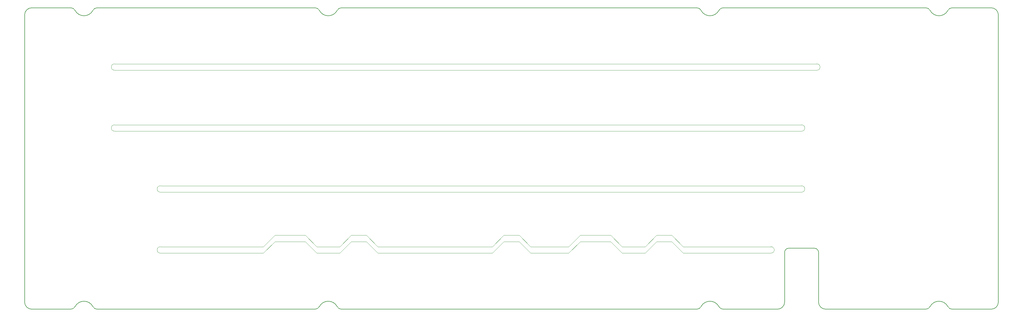
<source format=gbr>
G04 #@! TF.GenerationSoftware,KiCad,Pcbnew,(5.1.10)-1*
G04 #@! TF.CreationDate,2021-10-10T16:41:08+07:00*
G04 #@! TF.ProjectId,averange65,61766572-616e-4676-9536-352e6b696361,rev?*
G04 #@! TF.SameCoordinates,Original*
G04 #@! TF.FileFunction,Profile,NP*
%FSLAX46Y46*%
G04 Gerber Fmt 4.6, Leading zero omitted, Abs format (unit mm)*
G04 Created by KiCad (PCBNEW (5.1.10)-1) date 2021-10-10 16:41:08*
%MOMM*%
%LPD*%
G01*
G04 APERTURE LIST*
G04 #@! TA.AperFunction,Profile*
%ADD10C,0.100000*%
G04 #@! TD*
G04 #@! TA.AperFunction,Profile*
%ADD11C,0.150000*%
G04 #@! TD*
G04 APERTURE END LIST*
D10*
X74851072Y-115618032D02*
X42704062Y-115618032D01*
X170100764Y-115618032D02*
X158194516Y-115618084D01*
X91519892Y-113618032D02*
X98663176Y-113618084D01*
X158194516Y-113618084D02*
X170100764Y-113618032D01*
X102235066Y-112046194D02*
X98663176Y-115618084D01*
X154622626Y-110046194D02*
X158194516Y-113618084D01*
X186770292Y-113618032D02*
X193914072Y-113618032D01*
X149860106Y-110046194D02*
X146288216Y-113618084D01*
X42704062Y-113618032D02*
X74851072Y-113618032D01*
X149860106Y-112046194D02*
X146288216Y-115618084D01*
X91519892Y-115618032D02*
X98663176Y-115618084D01*
X205820372Y-113618032D02*
X233204106Y-113617172D01*
X233204106Y-115617172D02*
X205820372Y-115618032D01*
X102235066Y-110046194D02*
X98663176Y-113618084D01*
X106997586Y-112046194D02*
X110569476Y-115618084D01*
X154622626Y-112046194D02*
X158194516Y-115618084D01*
X186770292Y-115618032D02*
X193914072Y-115618032D01*
X106997586Y-110046194D02*
X110569476Y-113618084D01*
X247491446Y-58467512D02*
X28416262Y-58467512D01*
X247491446Y-56467512D02*
G75*
G02*
X247491446Y-58467512I0J-1000000D01*
G01*
X247491446Y-56467512D02*
X28416262Y-56467512D01*
X202248482Y-112046142D02*
X205820372Y-115618032D01*
X193914072Y-115618032D02*
X197485962Y-112046142D01*
X78422962Y-112046142D02*
X87948002Y-112046142D01*
X183198402Y-112046142D02*
X186770292Y-115618032D01*
X42704062Y-115618032D02*
G75*
G02*
X42704062Y-113618032I0J1000000D01*
G01*
X173672654Y-110046142D02*
X183198402Y-110046142D01*
X74851072Y-113618032D02*
X78422962Y-110046142D01*
X197485962Y-110046142D02*
X202248482Y-110046142D01*
X78422962Y-110046142D02*
X87948002Y-110046142D01*
X87948002Y-112046142D02*
X91519892Y-115618032D01*
X202248482Y-110046142D02*
X205820372Y-113618032D01*
X183198402Y-110046142D02*
X186770292Y-113618032D01*
X170100764Y-115618032D02*
X173672654Y-112046142D01*
X233204106Y-113617172D02*
G75*
G02*
X233204106Y-115617172I0J-1000000D01*
G01*
X170100764Y-113618032D02*
X173672654Y-110046142D01*
X193914072Y-113618032D02*
X197485962Y-110046142D01*
X74851072Y-115618032D02*
X78422962Y-112046142D01*
X87948002Y-110046142D02*
X91519892Y-113618032D01*
X197485962Y-112046142D02*
X202248482Y-112046142D01*
X28416262Y-58467512D02*
G75*
G02*
X28416262Y-56467512I0J1000000D01*
G01*
X173672654Y-112046142D02*
X183198402Y-112046142D01*
X146288216Y-115618084D02*
X110569476Y-115618084D01*
X146288216Y-113618084D02*
X110569476Y-113618084D01*
X154622626Y-110046194D02*
X149860106Y-110046194D01*
X106997586Y-110046194D02*
X102235066Y-110046194D01*
X106997586Y-112046194D02*
X102235066Y-112046194D01*
X154622626Y-112046194D02*
X149860106Y-112046194D01*
D11*
X92296642Y-132334997D02*
G75*
G02*
X90966126Y-133142374I-1330516J692623D01*
G01*
X99213346Y-133142437D02*
G75*
G02*
X97882268Y-132335986I-1044J1500000D01*
G01*
X210028626Y-38942374D02*
X99213346Y-38942437D01*
X99213346Y-133142437D02*
X210028626Y-133142374D01*
X235190241Y-133142437D02*
X218275846Y-133142437D01*
X210028626Y-38942374D02*
G75*
G02*
X211359704Y-39748825I1044J-1500000D01*
G01*
X216945330Y-39749814D02*
G75*
G02*
X218275846Y-38942437I1330516J-692623D01*
G01*
X216945330Y-39749814D02*
G75*
G02*
X211359704Y-39748825I-2792555J1457440D01*
G01*
X281467135Y-38942437D02*
X218275846Y-38942437D01*
X282797651Y-132335060D02*
G75*
G02*
X288383277Y-132336049I2792555J-1457440D01*
G01*
X289714355Y-133142500D02*
G75*
G02*
X288383277Y-132336049I-1044J1500000D01*
G01*
X282797651Y-132335060D02*
G75*
G02*
X281467135Y-133142437I-1330516J692623D01*
G01*
X301866250Y-133142500D02*
X289714355Y-133142500D01*
X92296642Y-132334997D02*
G75*
G02*
X97882268Y-132335986I2792555J-1457440D01*
G01*
X23012337Y-133142374D02*
X90966126Y-133142374D01*
X16095633Y-132334934D02*
G75*
G02*
X14765117Y-133142311I-1330516J692623D01*
G01*
X23012337Y-133142374D02*
G75*
G02*
X21681259Y-132335923I-1044J1500000D01*
G01*
X16095633Y-132334934D02*
G75*
G02*
X21681259Y-132335923I2792555J-1457440D01*
G01*
X14765117Y-133142311D02*
X2613223Y-133142311D01*
X23012337Y-38942374D02*
X90966126Y-38942374D01*
X363223Y-41192311D02*
G75*
G02*
X2613223Y-38942311I2250000J0D01*
G01*
X21681821Y-39749751D02*
G75*
G02*
X23012337Y-38942374I1330516J-692623D01*
G01*
X14765117Y-38942311D02*
G75*
G02*
X16096195Y-39748762I1044J-1500000D01*
G01*
X21681821Y-39749751D02*
G75*
G02*
X16096195Y-39748762I-2792555J1457440D01*
G01*
X281467135Y-38942437D02*
G75*
G02*
X282798213Y-39748888I1044J-1500000D01*
G01*
X288383839Y-39749877D02*
G75*
G02*
X289714355Y-38942500I1330516J-692623D01*
G01*
X288383839Y-39749877D02*
G75*
G02*
X282798213Y-39748888I-2792555J1457440D01*
G01*
X90966126Y-38942374D02*
G75*
G02*
X92297204Y-39748825I1044J-1500000D01*
G01*
X97882830Y-39749814D02*
G75*
G02*
X99213346Y-38942437I1330516J-692623D01*
G01*
X97882830Y-39749814D02*
G75*
G02*
X92297204Y-39748825I-2792555J1457440D01*
G01*
X14765117Y-38942311D02*
X2613223Y-38942311D01*
X218275846Y-133142437D02*
G75*
G02*
X216944768Y-132335986I-1044J1500000D01*
G01*
X211359142Y-132334997D02*
G75*
G02*
X210028626Y-133142374I-1330516J692623D01*
G01*
X211359142Y-132334997D02*
G75*
G02*
X216944768Y-132335986I2792555J-1457440D01*
G01*
D10*
X42704050Y-96567500D02*
G75*
G02*
X42704050Y-94567500I0J1000000D01*
G01*
X242729834Y-96567500D02*
X42704050Y-96567500D01*
X242729834Y-94567500D02*
X42704050Y-94567500D01*
X242729834Y-94567500D02*
G75*
G02*
X242729834Y-96567500I0J-1000000D01*
G01*
X242729890Y-77517500D02*
X28416250Y-77517500D01*
X242729890Y-75517500D02*
G75*
G02*
X242729890Y-77517500I0J-1000000D01*
G01*
X28416250Y-77517500D02*
G75*
G02*
X28416250Y-75517500I0J1000000D01*
G01*
X242729890Y-75517500D02*
X28416250Y-75517500D01*
D11*
X363223Y-130892311D02*
X363223Y-41192311D01*
X237440241Y-115342437D02*
X237440241Y-130892437D01*
X237440241Y-115342437D02*
G75*
G02*
X238690241Y-114092437I1250000J0D01*
G01*
X246765241Y-114092437D02*
G75*
G02*
X248015241Y-115342437I0J-1250000D01*
G01*
X2613223Y-133142311D02*
G75*
G02*
X363223Y-130892311I0J2250000D01*
G01*
X250265241Y-133142437D02*
G75*
G02*
X248015241Y-130892437I0J2250000D01*
G01*
X237440241Y-130892437D02*
G75*
G02*
X235190241Y-133142437I-2250000J0D01*
G01*
X304116250Y-130892500D02*
G75*
G02*
X301866250Y-133142500I-2250000J0D01*
G01*
X301866250Y-38942500D02*
G75*
G02*
X304116250Y-41192500I0J-2250000D01*
G01*
X238690241Y-114092437D02*
X246765241Y-114092437D01*
X248015241Y-115342437D02*
X248015241Y-130892437D01*
X304116250Y-130892500D02*
X304116250Y-41192500D01*
X281467135Y-133142437D02*
X250265241Y-133142437D01*
X301866250Y-38942500D02*
X289714355Y-38942500D01*
M02*

</source>
